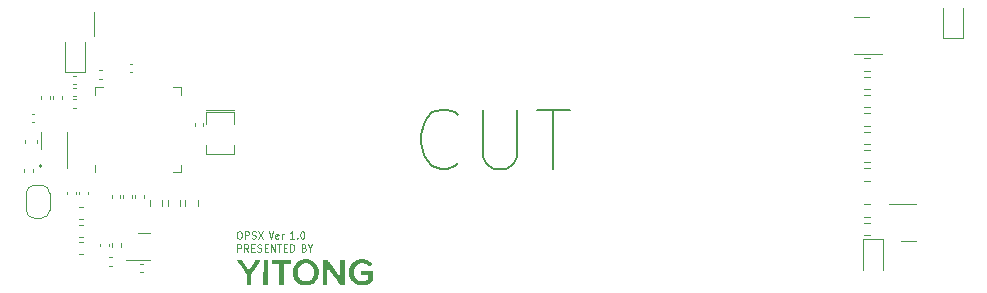
<source format=gbr>
%TF.GenerationSoftware,KiCad,Pcbnew,(7.0.0-40-g49f6a63a06)*%
%TF.CreationDate,2023-02-16T00:57:38+00:00*%
%TF.ProjectId,OPSX,4f505358-2e6b-4696-9361-645f70636258,rev?*%
%TF.SameCoordinates,PX6578900PY6a86820*%
%TF.FileFunction,Legend,Top*%
%TF.FilePolarity,Positive*%
%FSLAX46Y46*%
G04 Gerber Fmt 4.6, Leading zero omitted, Abs format (unit mm)*
G04 Created by KiCad (PCBNEW (7.0.0-40-g49f6a63a06)) date 2023-02-16 00:57:38*
%MOMM*%
%LPD*%
G01*
G04 APERTURE LIST*
%ADD10C,0.200000*%
%ADD11C,0.100000*%
%ADD12C,0.120000*%
%ADD13C,0.171803*%
G04 APERTURE END LIST*
D10*
X35247619Y10964286D02*
X35009523Y10726191D01*
X35009523Y10726191D02*
X34295238Y10488096D01*
X34295238Y10488096D02*
X33819047Y10488096D01*
X33819047Y10488096D02*
X33104761Y10726191D01*
X33104761Y10726191D02*
X32628571Y11202381D01*
X32628571Y11202381D02*
X32390476Y11678572D01*
X32390476Y11678572D02*
X32152380Y12630953D01*
X32152380Y12630953D02*
X32152380Y13345239D01*
X32152380Y13345239D02*
X32390476Y14297620D01*
X32390476Y14297620D02*
X32628571Y14773810D01*
X32628571Y14773810D02*
X33104761Y15250000D01*
X33104761Y15250000D02*
X33819047Y15488096D01*
X33819047Y15488096D02*
X34295238Y15488096D01*
X34295238Y15488096D02*
X35009523Y15250000D01*
X35009523Y15250000D02*
X35247619Y15011905D01*
X37390476Y15488096D02*
X37390476Y11440477D01*
X37390476Y11440477D02*
X37628571Y10964286D01*
X37628571Y10964286D02*
X37866666Y10726191D01*
X37866666Y10726191D02*
X38342857Y10488096D01*
X38342857Y10488096D02*
X39295238Y10488096D01*
X39295238Y10488096D02*
X39771428Y10726191D01*
X39771428Y10726191D02*
X40009523Y10964286D01*
X40009523Y10964286D02*
X40247619Y11440477D01*
X40247619Y11440477D02*
X40247619Y15488096D01*
X41914285Y15488096D02*
X44771428Y15488096D01*
X43342856Y10488096D02*
X43342856Y15488096D01*
D11*
X16707141Y5179572D02*
X16821427Y5179572D01*
X16821427Y5179572D02*
X16878570Y5151000D01*
X16878570Y5151000D02*
X16935713Y5093858D01*
X16935713Y5093858D02*
X16964284Y4979572D01*
X16964284Y4979572D02*
X16964284Y4779572D01*
X16964284Y4779572D02*
X16935713Y4665286D01*
X16935713Y4665286D02*
X16878570Y4608143D01*
X16878570Y4608143D02*
X16821427Y4579572D01*
X16821427Y4579572D02*
X16707141Y4579572D01*
X16707141Y4579572D02*
X16649999Y4608143D01*
X16649999Y4608143D02*
X16592856Y4665286D01*
X16592856Y4665286D02*
X16564284Y4779572D01*
X16564284Y4779572D02*
X16564284Y4979572D01*
X16564284Y4979572D02*
X16592856Y5093858D01*
X16592856Y5093858D02*
X16649999Y5151000D01*
X16649999Y5151000D02*
X16707141Y5179572D01*
X17221427Y4579572D02*
X17221427Y5179572D01*
X17221427Y5179572D02*
X17449998Y5179572D01*
X17449998Y5179572D02*
X17507141Y5151000D01*
X17507141Y5151000D02*
X17535712Y5122429D01*
X17535712Y5122429D02*
X17564284Y5065286D01*
X17564284Y5065286D02*
X17564284Y4979572D01*
X17564284Y4979572D02*
X17535712Y4922429D01*
X17535712Y4922429D02*
X17507141Y4893858D01*
X17507141Y4893858D02*
X17449998Y4865286D01*
X17449998Y4865286D02*
X17221427Y4865286D01*
X17792855Y4608143D02*
X17878570Y4579572D01*
X17878570Y4579572D02*
X18021427Y4579572D01*
X18021427Y4579572D02*
X18078570Y4608143D01*
X18078570Y4608143D02*
X18107141Y4636715D01*
X18107141Y4636715D02*
X18135712Y4693858D01*
X18135712Y4693858D02*
X18135712Y4751000D01*
X18135712Y4751000D02*
X18107141Y4808143D01*
X18107141Y4808143D02*
X18078570Y4836715D01*
X18078570Y4836715D02*
X18021427Y4865286D01*
X18021427Y4865286D02*
X17907141Y4893858D01*
X17907141Y4893858D02*
X17849998Y4922429D01*
X17849998Y4922429D02*
X17821427Y4951000D01*
X17821427Y4951000D02*
X17792855Y5008143D01*
X17792855Y5008143D02*
X17792855Y5065286D01*
X17792855Y5065286D02*
X17821427Y5122429D01*
X17821427Y5122429D02*
X17849998Y5151000D01*
X17849998Y5151000D02*
X17907141Y5179572D01*
X17907141Y5179572D02*
X18049998Y5179572D01*
X18049998Y5179572D02*
X18135712Y5151000D01*
X18335713Y5179572D02*
X18735713Y4579572D01*
X18735713Y5179572D02*
X18335713Y4579572D01*
X19238570Y5179572D02*
X19438570Y4579572D01*
X19438570Y4579572D02*
X19638570Y5179572D01*
X20067142Y4608143D02*
X20009999Y4579572D01*
X20009999Y4579572D02*
X19895714Y4579572D01*
X19895714Y4579572D02*
X19838571Y4608143D01*
X19838571Y4608143D02*
X19809999Y4665286D01*
X19809999Y4665286D02*
X19809999Y4893858D01*
X19809999Y4893858D02*
X19838571Y4951000D01*
X19838571Y4951000D02*
X19895714Y4979572D01*
X19895714Y4979572D02*
X20009999Y4979572D01*
X20009999Y4979572D02*
X20067142Y4951000D01*
X20067142Y4951000D02*
X20095714Y4893858D01*
X20095714Y4893858D02*
X20095714Y4836715D01*
X20095714Y4836715D02*
X19809999Y4779572D01*
X20352857Y4579572D02*
X20352857Y4979572D01*
X20352857Y4865286D02*
X20381428Y4922429D01*
X20381428Y4922429D02*
X20410000Y4951000D01*
X20410000Y4951000D02*
X20467142Y4979572D01*
X20467142Y4979572D02*
X20524285Y4979572D01*
X21398571Y4579572D02*
X21055714Y4579572D01*
X21227143Y4579572D02*
X21227143Y5179572D01*
X21227143Y5179572D02*
X21170000Y5093858D01*
X21170000Y5093858D02*
X21112857Y5036715D01*
X21112857Y5036715D02*
X21055714Y5008143D01*
X21655715Y4636715D02*
X21684286Y4608143D01*
X21684286Y4608143D02*
X21655715Y4579572D01*
X21655715Y4579572D02*
X21627143Y4608143D01*
X21627143Y4608143D02*
X21655715Y4636715D01*
X21655715Y4636715D02*
X21655715Y4579572D01*
X22055714Y5179572D02*
X22112857Y5179572D01*
X22112857Y5179572D02*
X22170000Y5151000D01*
X22170000Y5151000D02*
X22198572Y5122429D01*
X22198572Y5122429D02*
X22227143Y5065286D01*
X22227143Y5065286D02*
X22255714Y4951000D01*
X22255714Y4951000D02*
X22255714Y4808143D01*
X22255714Y4808143D02*
X22227143Y4693858D01*
X22227143Y4693858D02*
X22198572Y4636715D01*
X22198572Y4636715D02*
X22170000Y4608143D01*
X22170000Y4608143D02*
X22112857Y4579572D01*
X22112857Y4579572D02*
X22055714Y4579572D01*
X22055714Y4579572D02*
X21998572Y4608143D01*
X21998572Y4608143D02*
X21970000Y4636715D01*
X21970000Y4636715D02*
X21941429Y4693858D01*
X21941429Y4693858D02*
X21912857Y4808143D01*
X21912857Y4808143D02*
X21912857Y4951000D01*
X21912857Y4951000D02*
X21941429Y5065286D01*
X21941429Y5065286D02*
X21970000Y5122429D01*
X21970000Y5122429D02*
X21998572Y5151000D01*
X21998572Y5151000D02*
X22055714Y5179572D01*
X16572857Y3479572D02*
X16572857Y4079572D01*
X16572857Y4079572D02*
X16801428Y4079572D01*
X16801428Y4079572D02*
X16858571Y4051000D01*
X16858571Y4051000D02*
X16887142Y4022429D01*
X16887142Y4022429D02*
X16915714Y3965286D01*
X16915714Y3965286D02*
X16915714Y3879572D01*
X16915714Y3879572D02*
X16887142Y3822429D01*
X16887142Y3822429D02*
X16858571Y3793858D01*
X16858571Y3793858D02*
X16801428Y3765286D01*
X16801428Y3765286D02*
X16572857Y3765286D01*
X17515714Y3479572D02*
X17315714Y3765286D01*
X17172857Y3479572D02*
X17172857Y4079572D01*
X17172857Y4079572D02*
X17401428Y4079572D01*
X17401428Y4079572D02*
X17458571Y4051000D01*
X17458571Y4051000D02*
X17487142Y4022429D01*
X17487142Y4022429D02*
X17515714Y3965286D01*
X17515714Y3965286D02*
X17515714Y3879572D01*
X17515714Y3879572D02*
X17487142Y3822429D01*
X17487142Y3822429D02*
X17458571Y3793858D01*
X17458571Y3793858D02*
X17401428Y3765286D01*
X17401428Y3765286D02*
X17172857Y3765286D01*
X17772857Y3793858D02*
X17972857Y3793858D01*
X18058571Y3479572D02*
X17772857Y3479572D01*
X17772857Y3479572D02*
X17772857Y4079572D01*
X17772857Y4079572D02*
X18058571Y4079572D01*
X18287142Y3508143D02*
X18372857Y3479572D01*
X18372857Y3479572D02*
X18515714Y3479572D01*
X18515714Y3479572D02*
X18572857Y3508143D01*
X18572857Y3508143D02*
X18601428Y3536715D01*
X18601428Y3536715D02*
X18629999Y3593858D01*
X18629999Y3593858D02*
X18629999Y3651000D01*
X18629999Y3651000D02*
X18601428Y3708143D01*
X18601428Y3708143D02*
X18572857Y3736715D01*
X18572857Y3736715D02*
X18515714Y3765286D01*
X18515714Y3765286D02*
X18401428Y3793858D01*
X18401428Y3793858D02*
X18344285Y3822429D01*
X18344285Y3822429D02*
X18315714Y3851000D01*
X18315714Y3851000D02*
X18287142Y3908143D01*
X18287142Y3908143D02*
X18287142Y3965286D01*
X18287142Y3965286D02*
X18315714Y4022429D01*
X18315714Y4022429D02*
X18344285Y4051000D01*
X18344285Y4051000D02*
X18401428Y4079572D01*
X18401428Y4079572D02*
X18544285Y4079572D01*
X18544285Y4079572D02*
X18629999Y4051000D01*
X18887143Y3793858D02*
X19087143Y3793858D01*
X19172857Y3479572D02*
X18887143Y3479572D01*
X18887143Y3479572D02*
X18887143Y4079572D01*
X18887143Y4079572D02*
X19172857Y4079572D01*
X19430000Y3479572D02*
X19430000Y4079572D01*
X19430000Y4079572D02*
X19772857Y3479572D01*
X19772857Y3479572D02*
X19772857Y4079572D01*
X19972856Y4079572D02*
X20315714Y4079572D01*
X20144285Y3479572D02*
X20144285Y4079572D01*
X20515714Y3793858D02*
X20715714Y3793858D01*
X20801428Y3479572D02*
X20515714Y3479572D01*
X20515714Y3479572D02*
X20515714Y4079572D01*
X20515714Y4079572D02*
X20801428Y4079572D01*
X21058571Y3479572D02*
X21058571Y4079572D01*
X21058571Y4079572D02*
X21201428Y4079572D01*
X21201428Y4079572D02*
X21287142Y4051000D01*
X21287142Y4051000D02*
X21344285Y3993858D01*
X21344285Y3993858D02*
X21372856Y3936715D01*
X21372856Y3936715D02*
X21401428Y3822429D01*
X21401428Y3822429D02*
X21401428Y3736715D01*
X21401428Y3736715D02*
X21372856Y3622429D01*
X21372856Y3622429D02*
X21344285Y3565286D01*
X21344285Y3565286D02*
X21287142Y3508143D01*
X21287142Y3508143D02*
X21201428Y3479572D01*
X21201428Y3479572D02*
X21058571Y3479572D01*
X22218571Y3793858D02*
X22304285Y3765286D01*
X22304285Y3765286D02*
X22332856Y3736715D01*
X22332856Y3736715D02*
X22361428Y3679572D01*
X22361428Y3679572D02*
X22361428Y3593858D01*
X22361428Y3593858D02*
X22332856Y3536715D01*
X22332856Y3536715D02*
X22304285Y3508143D01*
X22304285Y3508143D02*
X22247142Y3479572D01*
X22247142Y3479572D02*
X22018571Y3479572D01*
X22018571Y3479572D02*
X22018571Y4079572D01*
X22018571Y4079572D02*
X22218571Y4079572D01*
X22218571Y4079572D02*
X22275714Y4051000D01*
X22275714Y4051000D02*
X22304285Y4022429D01*
X22304285Y4022429D02*
X22332856Y3965286D01*
X22332856Y3965286D02*
X22332856Y3908143D01*
X22332856Y3908143D02*
X22304285Y3851000D01*
X22304285Y3851000D02*
X22275714Y3822429D01*
X22275714Y3822429D02*
X22218571Y3793858D01*
X22218571Y3793858D02*
X22018571Y3793858D01*
X22732856Y3765286D02*
X22732856Y3479572D01*
X22532856Y4079572D02*
X22732856Y3765286D01*
X22732856Y3765286D02*
X22932856Y4079572D01*
D12*
%TO.C,R10*%
X70137258Y11027500D02*
X69662742Y11027500D01*
X70137258Y12072500D02*
X69662742Y12072500D01*
%TO.C,Q2*%
X69450000Y20240000D02*
X71125000Y20240000D01*
X69450000Y20240000D02*
X68800000Y20240000D01*
X69450000Y23360000D02*
X70100000Y23360000D01*
X69450000Y23360000D02*
X68800000Y23360000D01*
%TO.C,C12*%
X-592164Y14440000D02*
X-807836Y14440000D01*
X-592164Y15160000D02*
X-807836Y15160000D01*
%TO.C,R14*%
X5970000Y3896359D02*
X5970000Y4203641D01*
X6730000Y3896359D02*
X6730000Y4203641D01*
%TO.C,C9*%
X6660000Y8257836D02*
X6660000Y8042164D01*
X5940000Y8257836D02*
X5940000Y8042164D01*
%TO.C,Y1*%
X16300000Y15500000D02*
X14300000Y15500000D01*
X14300000Y15500000D02*
X13900000Y15500000D01*
X16300000Y15300000D02*
X16300000Y14300000D01*
X14300000Y15300000D02*
X16300000Y15300000D01*
X14300000Y15300000D02*
X13900000Y15300000D01*
X13900000Y14300000D02*
X13900000Y15300000D01*
X16300000Y12500000D02*
X16300000Y11700000D01*
X16300000Y11700000D02*
X14300000Y11700000D01*
X14300000Y11700000D02*
X13900000Y11700000D01*
X13900000Y11700000D02*
X13900000Y12500000D01*
%TO.C,C8*%
X2910000Y8557836D02*
X2910000Y8342164D01*
X2190000Y8557836D02*
X2190000Y8342164D01*
%TO.C,R1*%
X710000Y16607836D02*
X710000Y16392164D01*
X-10000Y16607836D02*
X-10000Y16392164D01*
%TO.C,U2*%
X11790000Y10190000D02*
X11140000Y10190000D01*
X4570000Y10840000D02*
X4570000Y10190000D01*
X11790000Y10840000D02*
X11790000Y10190000D01*
X4570000Y16760000D02*
X4570000Y17410000D01*
X11790000Y16760000D02*
X11790000Y17410000D01*
X4570000Y17410000D02*
X5220000Y17410000D01*
X11790000Y17410000D02*
X11140000Y17410000D01*
%TO.C,D2*%
X76300000Y21550000D02*
X78000000Y21550000D01*
X76300000Y21550000D02*
X76300000Y24100000D01*
X78000000Y21550000D02*
X78000000Y24100000D01*
%TO.C,R11*%
X69662742Y13622500D02*
X70137258Y13622500D01*
X69662742Y12577500D02*
X70137258Y12577500D01*
%TO.C,C5*%
X5710000Y4157836D02*
X5710000Y3942164D01*
X4990000Y4157836D02*
X4990000Y3942164D01*
%TO.C,D3*%
X2000000Y18650000D02*
X3700000Y18650000D01*
X2000000Y18650000D02*
X2000000Y21200000D01*
X3700000Y18650000D02*
X3700000Y21200000D01*
%TO.C,R8*%
X69662742Y7472500D02*
X70137258Y7472500D01*
X69662742Y6427500D02*
X70137258Y6427500D01*
%TO.C,R16*%
X10222500Y7837258D02*
X10222500Y7362742D01*
X9177500Y7837258D02*
X9177500Y7362742D01*
%TO.C,D1*%
X71250000Y4500000D02*
X69550000Y4500000D01*
X71250000Y4500000D02*
X71250000Y1950000D01*
X69550000Y4500000D02*
X69550000Y1950000D01*
%TO.C,R2*%
X1710000Y16607836D02*
X1710000Y16392164D01*
X990000Y16607836D02*
X990000Y16392164D01*
%TO.C,C6*%
X3490580Y3240000D02*
X3209420Y3240000D01*
X3490580Y4260000D02*
X3209420Y4260000D01*
%TO.C,R18*%
X13222500Y7837258D02*
X13222500Y7362742D01*
X12177500Y7837258D02*
X12177500Y7362742D01*
%TO.C,R15*%
X5696359Y2980000D02*
X6003641Y2980000D01*
X5696359Y2220000D02*
X6003641Y2220000D01*
%TO.C,U4*%
X7200000Y2790000D02*
X9200000Y2790000D01*
X8200000Y5010000D02*
X9200000Y5010000D01*
%TO.C,R4*%
X12990000Y14142164D02*
X12990000Y14357836D01*
X13710000Y14142164D02*
X13710000Y14357836D01*
%TO.C,C7*%
X3490580Y6240000D02*
X3209420Y6240000D01*
X3490580Y7260000D02*
X3209420Y7260000D01*
%TO.C,Q1*%
X73400000Y7510000D02*
X71725000Y7510000D01*
X73400000Y7510000D02*
X74050000Y7510000D01*
X73400000Y4390000D02*
X72750000Y4390000D01*
X73400000Y4390000D02*
X74050000Y4390000D01*
%TO.C,C1*%
X2907836Y16640000D02*
X2692164Y16640000D01*
X2907836Y17360000D02*
X2692164Y17360000D01*
%TO.C,R5*%
X70137258Y9477500D02*
X69662742Y9477500D01*
X70137258Y10522500D02*
X69662742Y10522500D01*
%TO.C,SW1*%
X0Y6300000D02*
X-600000Y6300000D01*
X-1300000Y7000000D02*
X-1300000Y8400000D01*
X700000Y8400000D02*
X700000Y7000000D01*
X-600000Y9100000D02*
X0Y9100000D01*
X-1300000Y7000000D02*
G75*
G03*
X-600000Y6300000I699999J-1D01*
G01*
X0Y6300000D02*
G75*
G03*
X700000Y7000000I1J699999D01*
G01*
X-600000Y9100000D02*
G75*
G03*
X-1300000Y8400000I0J-700000D01*
G01*
X700000Y8400000D02*
G75*
G03*
X0Y9100000I-700000J0D01*
G01*
%TO.C,C13*%
X-340000Y12940580D02*
X-340000Y12659420D01*
X-1360000Y12940580D02*
X-1360000Y12659420D01*
%TO.C,R7*%
X69662742Y16722500D02*
X70137258Y16722500D01*
X69662742Y15677500D02*
X70137258Y15677500D01*
%TO.C,J1*%
X4442500Y23800000D02*
X4442500Y21700000D01*
%TO.C,C3*%
X7640000Y8257836D02*
X7640000Y8042164D01*
X6920000Y8257836D02*
X6920000Y8042164D01*
%TO.C,R13*%
X69662742Y19822500D02*
X70137258Y19822500D01*
X69662742Y18777500D02*
X70137258Y18777500D01*
%TO.C,R17*%
X11722500Y7837258D02*
X11722500Y7362742D01*
X10677500Y7837258D02*
X10677500Y7362742D01*
%TO.C,C14*%
X3910000Y8557836D02*
X3910000Y8342164D01*
X3190000Y8557836D02*
X3190000Y8342164D01*
%TO.C,C16*%
X3490580Y4740000D02*
X3209420Y4740000D01*
X3490580Y5760000D02*
X3209420Y5760000D01*
%TO.C,C2*%
X2907836Y17640000D02*
X2692164Y17640000D01*
X2907836Y18360000D02*
X2692164Y18360000D01*
%TO.C,C11*%
X4892164Y18810000D02*
X5107836Y18810000D01*
X4892164Y18090000D02*
X5107836Y18090000D01*
%TO.C,R3*%
X-740000Y10457836D02*
X-740000Y10242164D01*
X-1460000Y10457836D02*
X-1460000Y10242164D01*
%TO.C,G\u002A\u002A\u002A*%
G36*
X19088415Y2795266D02*
G01*
X19132732Y2793482D01*
X19153615Y2791028D01*
X19184966Y2783235D01*
X19181405Y1724030D01*
X19177845Y664825D01*
X18795561Y657093D01*
X18802681Y2790755D01*
X18962473Y2794788D01*
X19029326Y2795748D01*
X19088415Y2795266D01*
G37*
G36*
X21154832Y2627598D02*
G01*
X21150930Y2457276D01*
X20834922Y2453542D01*
X20518913Y2449807D01*
X20515337Y1557316D01*
X20511762Y664825D01*
X20320706Y660960D01*
X20129650Y657094D01*
X20129650Y2449816D01*
X19483534Y2457276D01*
X19483534Y2790755D01*
X20321134Y2794338D01*
X21158735Y2797920D01*
X21154832Y2627598D01*
G37*
G36*
X18380927Y2796915D02*
G01*
X18444057Y2795445D01*
X18497641Y2792907D01*
X18535629Y2789338D01*
X18551974Y2784770D01*
X18552019Y2784702D01*
X18546014Y2771245D01*
X18526224Y2737151D01*
X18494266Y2684913D01*
X18451755Y2617027D01*
X18400307Y2535989D01*
X18341538Y2444292D01*
X18277062Y2344431D01*
X18208495Y2238903D01*
X18137454Y2130201D01*
X18065553Y2020820D01*
X17994409Y1913257D01*
X17925636Y1810004D01*
X17860850Y1713558D01*
X17807673Y1635202D01*
X17739716Y1535667D01*
X17739716Y657878D01*
X17364552Y657878D01*
X17364329Y1092096D01*
X17364106Y1526313D01*
X16949398Y2151587D01*
X16852363Y2298305D01*
X16770327Y2423286D01*
X16702560Y2527701D01*
X16648332Y2612722D01*
X16606913Y2679521D01*
X16577571Y2729270D01*
X16559578Y2763142D01*
X16552202Y2782308D01*
X16553068Y2787666D01*
X16573006Y2791291D01*
X16615178Y2793843D01*
X16674040Y2795147D01*
X16744049Y2795024D01*
X16769996Y2794614D01*
X16968545Y2790755D01*
X17093600Y2599731D01*
X17145231Y2520682D01*
X17200445Y2435840D01*
X17253541Y2353987D01*
X17298814Y2283905D01*
X17310170Y2266252D01*
X17376762Y2162555D01*
X17429892Y2079971D01*
X17471206Y2016292D01*
X17502352Y1969307D01*
X17524975Y1936807D01*
X17540722Y1916583D01*
X17551240Y1906423D01*
X17558176Y1904120D01*
X17563177Y1907462D01*
X17567888Y1914241D01*
X17570087Y1917456D01*
X17581650Y1934884D01*
X17606261Y1972927D01*
X17642093Y2028728D01*
X17687316Y2099428D01*
X17740102Y2182171D01*
X17798624Y2274098D01*
X17853219Y2360011D01*
X17914996Y2456906D01*
X17972543Y2546395D01*
X18024068Y2625748D01*
X18067775Y2692236D01*
X18101872Y2743126D01*
X18124564Y2775689D01*
X18133753Y2787069D01*
X18153896Y2791445D01*
X18194734Y2794584D01*
X18250217Y2796519D01*
X18314297Y2797285D01*
X18380927Y2796915D01*
G37*
G36*
X24098097Y2796468D02*
G01*
X24154598Y2794583D01*
X24197723Y2791681D01*
X24220821Y2787801D01*
X24222247Y2787069D01*
X24233664Y2773646D01*
X24259193Y2740440D01*
X24296759Y2690254D01*
X24344283Y2625893D01*
X24399690Y2550161D01*
X24460903Y2465862D01*
X24492200Y2422539D01*
X24571065Y2313202D01*
X24658994Y2191334D01*
X24750723Y2064227D01*
X24840988Y1939174D01*
X24924525Y1823469D01*
X24983589Y1741685D01*
X25046115Y1655121D01*
X25105218Y1573289D01*
X25158399Y1499654D01*
X25203155Y1437678D01*
X25236987Y1390825D01*
X25257392Y1362558D01*
X25259014Y1360310D01*
X25298578Y1305467D01*
X25298578Y2783278D01*
X25329842Y2791049D01*
X25355941Y2793830D01*
X25402807Y2795426D01*
X25463436Y2795702D01*
X25520897Y2794788D01*
X25680690Y2790755D01*
X25684250Y1724317D01*
X25687810Y657878D01*
X25315103Y657878D01*
X25246050Y751669D01*
X25220979Y786046D01*
X25181799Y840182D01*
X25130557Y911226D01*
X25069299Y996325D01*
X25000071Y1092627D01*
X24924920Y1197280D01*
X24845891Y1307430D01*
X24765030Y1420226D01*
X24684384Y1532815D01*
X24606000Y1642345D01*
X24531922Y1745964D01*
X24464197Y1840818D01*
X24404872Y1924056D01*
X24383864Y1953584D01*
X24336685Y2019071D01*
X24294569Y2075900D01*
X24260278Y2120474D01*
X24236572Y2149198D01*
X24226454Y2158534D01*
X24224251Y2145061D01*
X24222183Y2106330D01*
X24220291Y2044872D01*
X24218613Y1963219D01*
X24217188Y1863902D01*
X24216057Y1749452D01*
X24215258Y1622402D01*
X24214832Y1485282D01*
X24214770Y1408206D01*
X24214770Y657878D01*
X23825711Y657878D01*
X23825711Y1719356D01*
X23825754Y1917536D01*
X23825905Y2089739D01*
X23826204Y2237778D01*
X23826686Y2363464D01*
X23827389Y2468610D01*
X23828351Y2555030D01*
X23829609Y2624536D01*
X23831199Y2678939D01*
X23833159Y2720054D01*
X23835527Y2749692D01*
X23838339Y2769666D01*
X23841632Y2781789D01*
X23845445Y2787873D01*
X23847690Y2789269D01*
X23871325Y2793055D01*
X23914833Y2795630D01*
X23971564Y2797031D01*
X24034869Y2797297D01*
X24098097Y2796468D01*
G37*
G36*
X21290930Y1784107D02*
G01*
X21689863Y1784107D01*
X21690299Y1671686D01*
X21707619Y1530200D01*
X21744091Y1398622D01*
X21798004Y1280879D01*
X21867652Y1180896D01*
X21930977Y1118444D01*
X21991369Y1075142D01*
X22062068Y1034272D01*
X22133224Y1000902D01*
X22194991Y980102D01*
X22203225Y978303D01*
X22260650Y970799D01*
X22333086Y966689D01*
X22410724Y965989D01*
X22483758Y968713D01*
X22542378Y974875D01*
X22557354Y977773D01*
X22678208Y1019567D01*
X22787628Y1085497D01*
X22883544Y1173533D01*
X22963884Y1281646D01*
X23026578Y1407808D01*
X23043388Y1454098D01*
X23063725Y1538964D01*
X23075766Y1639875D01*
X23079284Y1746892D01*
X23074053Y1850073D01*
X23059848Y1939478D01*
X23054868Y1958511D01*
X23002491Y2096383D01*
X22930959Y2215899D01*
X22841637Y2315685D01*
X22735889Y2394367D01*
X22615080Y2450571D01*
X22546081Y2470618D01*
X22446568Y2487853D01*
X22352284Y2489409D01*
X22250696Y2475241D01*
X22223586Y2469439D01*
X22115349Y2437649D01*
X22024158Y2392907D01*
X21940341Y2329908D01*
X21900475Y2292214D01*
X21813242Y2186556D01*
X21749244Y2067188D01*
X21708208Y1933306D01*
X21689863Y1784107D01*
X21290930Y1784107D01*
X21291220Y1806505D01*
X21297457Y1900787D01*
X21308603Y1979839D01*
X21316437Y2012637D01*
X21361710Y2150120D01*
X21412289Y2266434D01*
X21471689Y2368144D01*
X21543428Y2461814D01*
X21577141Y2499331D01*
X21650705Y2569493D01*
X21735255Y2636498D01*
X21821805Y2693813D01*
X21901258Y2734863D01*
X21973841Y2764429D01*
X22035484Y2786141D01*
X22092996Y2801188D01*
X22153187Y2810759D01*
X22222865Y2816041D01*
X22308840Y2818224D01*
X22380635Y2818545D01*
X22488026Y2817600D01*
X22574154Y2813878D01*
X22645509Y2806050D01*
X22708580Y2792788D01*
X22769858Y2772761D01*
X22835831Y2744642D01*
X22904850Y2711184D01*
X23045529Y2627665D01*
X23165126Y2527638D01*
X23266131Y2408577D01*
X23351032Y2267957D01*
X23360580Y2248852D01*
X23425840Y2084580D01*
X23465824Y1912478D01*
X23480546Y1736239D01*
X23470016Y1559560D01*
X23434247Y1386137D01*
X23373250Y1219665D01*
X23357213Y1185887D01*
X23321579Y1118232D01*
X23286107Y1062513D01*
X23244111Y1009592D01*
X23188904Y950330D01*
X23173213Y934417D01*
X23066878Y837582D01*
X22958949Y761759D01*
X22842271Y703031D01*
X22709688Y657478D01*
X22630744Y637388D01*
X22582931Y629838D01*
X22516607Y623886D01*
X22439508Y619742D01*
X22359372Y617614D01*
X22283935Y617711D01*
X22220934Y620242D01*
X22179158Y625193D01*
X22001196Y674377D01*
X21841109Y744081D01*
X21699511Y833952D01*
X21577016Y943638D01*
X21528878Y998641D01*
X21472479Y1079024D01*
X21417253Y1177060D01*
X21368026Y1282854D01*
X21329624Y1386508D01*
X21315604Y1435996D01*
X21302086Y1511740D01*
X21293523Y1604036D01*
X21289905Y1704939D01*
X21290930Y1784107D01*
G37*
G36*
X27250059Y2817468D02*
G01*
X27331904Y2815129D01*
X27398314Y2809414D01*
X27455464Y2799043D01*
X27509524Y2782736D01*
X27566668Y2759214D01*
X27633066Y2727195D01*
X27667670Y2709643D01*
X27733883Y2671935D01*
X27795785Y2627335D01*
X27861496Y2569638D01*
X27900411Y2531861D01*
X27947081Y2483984D01*
X27985420Y2441902D01*
X28011587Y2410032D01*
X28021740Y2392787D01*
X28021758Y2392402D01*
X28010397Y2380347D01*
X27980274Y2358542D01*
X27937098Y2330404D01*
X27886582Y2299348D01*
X27834437Y2268790D01*
X27786372Y2242145D01*
X27748100Y2222831D01*
X27725332Y2214262D01*
X27723678Y2214114D01*
X27709293Y2223009D01*
X27680196Y2246741D01*
X27641701Y2280884D01*
X27625506Y2295863D01*
X27513353Y2383113D01*
X27392137Y2444592D01*
X27263917Y2480000D01*
X27130750Y2489033D01*
X26994690Y2471392D01*
X26857797Y2426773D01*
X26827024Y2412954D01*
X26764834Y2375010D01*
X26696665Y2319592D01*
X26629563Y2253776D01*
X26570574Y2184637D01*
X26526743Y2119250D01*
X26518325Y2102954D01*
X26461291Y1954168D01*
X26432015Y1805959D01*
X26430496Y1658536D01*
X26456732Y1512103D01*
X26510722Y1366867D01*
X26522831Y1341972D01*
X26596547Y1224867D01*
X26689594Y1126701D01*
X26799921Y1049544D01*
X26826624Y1035435D01*
X26920228Y996385D01*
X27015987Y973534D01*
X27122529Y965310D01*
X27202127Y967090D01*
X27325990Y981415D01*
X27435032Y1012333D01*
X27538678Y1062853D01*
X27577353Y1086990D01*
X27653775Y1137254D01*
X27657687Y1300258D01*
X27661600Y1463262D01*
X27345051Y1466998D01*
X27028501Y1470733D01*
X27028501Y1804213D01*
X27531532Y1807859D01*
X28034562Y1811505D01*
X28043110Y1765946D01*
X28045261Y1739935D01*
X28046873Y1690408D01*
X28047903Y1621635D01*
X28048306Y1537885D01*
X28048041Y1443429D01*
X28047245Y1356966D01*
X28042834Y993545D01*
X28008097Y956513D01*
X27959467Y911698D01*
X27893669Y860666D01*
X27818698Y808988D01*
X27742551Y762236D01*
X27685814Y731957D01*
X27533281Y670634D01*
X27374052Y633033D01*
X27203219Y618096D01*
X27155248Y617805D01*
X27087176Y618907D01*
X27027337Y620706D01*
X26982317Y622950D01*
X26959026Y625315D01*
X26783048Y672189D01*
X26628322Y734053D01*
X26491918Y812198D01*
X26426996Y859905D01*
X26304624Y974740D01*
X26204030Y1106496D01*
X26125852Y1254050D01*
X26070731Y1416282D01*
X26048454Y1523506D01*
X26041280Y1591013D01*
X26038018Y1673904D01*
X26038426Y1764082D01*
X26042264Y1853451D01*
X26049291Y1933914D01*
X26059265Y1997374D01*
X26063004Y2012637D01*
X26123181Y2184210D01*
X26202965Y2336157D01*
X26302755Y2468911D01*
X26422952Y2582907D01*
X26563956Y2678576D01*
X26726169Y2756352D01*
X26764497Y2771015D01*
X26809179Y2787141D01*
X26846055Y2798975D01*
X26880697Y2807196D01*
X26918677Y2812486D01*
X26965566Y2815527D01*
X27026937Y2816997D01*
X27108360Y2817580D01*
X27146609Y2817712D01*
X27250059Y2817468D01*
G37*
%TO.C,R6*%
X70137258Y14127500D02*
X69662742Y14127500D01*
X70137258Y15172500D02*
X69662742Y15172500D01*
%TO.C,R12*%
X70137258Y4877500D02*
X69662742Y4877500D01*
X70137258Y5922500D02*
X69662742Y5922500D01*
%TO.C,C10*%
X2907836Y15640000D02*
X2692164Y15640000D01*
X2907836Y16360000D02*
X2692164Y16360000D01*
%TO.C,C17*%
X8640000Y8257836D02*
X8640000Y8042164D01*
X7920000Y8257836D02*
X7920000Y8042164D01*
%TO.C,C4*%
X8342164Y2460000D02*
X8557836Y2460000D01*
X8342164Y1740000D02*
X8557836Y1740000D01*
%TO.C,R9*%
X69662742Y18272500D02*
X70137258Y18272500D01*
X69662742Y17227500D02*
X70137258Y17227500D01*
%TO.C,U3*%
X2180000Y10590000D02*
X2180000Y13590000D01*
X-20000Y12190000D02*
X-20000Y13590000D01*
D13*
X15901Y10690000D02*
G75*
G03*
X15901Y10690000I-85901J0D01*
G01*
D12*
%TO.C,C18*%
X7492164Y19360000D02*
X7707836Y19360000D01*
X7492164Y18640000D02*
X7707836Y18640000D01*
%TD*%
M02*

</source>
